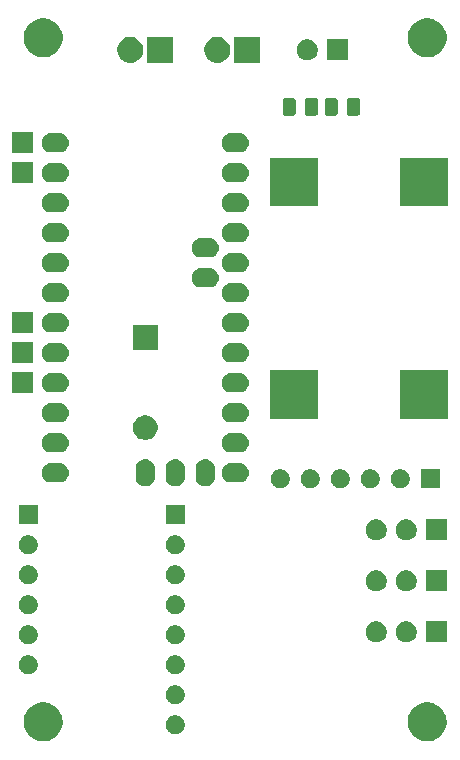
<source format=gbr>
G04 #@! TF.GenerationSoftware,KiCad,Pcbnew,5.1.5-52549c5~84~ubuntu19.04.1*
G04 #@! TF.CreationDate,2019-12-06T19:41:43+01:00*
G04 #@! TF.ProjectId,Rocket_PCB,526f636b-6574-45f5-9043-422e6b696361,rev?*
G04 #@! TF.SameCoordinates,Original*
G04 #@! TF.FileFunction,Soldermask,Top*
G04 #@! TF.FilePolarity,Negative*
%FSLAX46Y46*%
G04 Gerber Fmt 4.6, Leading zero omitted, Abs format (unit mm)*
G04 Created by KiCad (PCBNEW 5.1.5-52549c5~84~ubuntu19.04.1) date 2019-12-06 19:41:43*
%MOMM*%
%LPD*%
G04 APERTURE LIST*
%ADD10C,0.100000*%
G04 APERTURE END LIST*
D10*
G36*
X160903256Y-96435298D02*
G01*
X161009579Y-96456447D01*
X161310042Y-96580903D01*
X161580451Y-96761585D01*
X161810415Y-96991549D01*
X161810416Y-96991551D01*
X161991098Y-97261960D01*
X162115553Y-97562422D01*
X162158782Y-97779745D01*
X162179000Y-97881391D01*
X162179000Y-98206609D01*
X162115553Y-98525579D01*
X161991097Y-98826042D01*
X161810415Y-99096451D01*
X161580451Y-99326415D01*
X161310042Y-99507097D01*
X161009579Y-99631553D01*
X160903256Y-99652702D01*
X160690611Y-99695000D01*
X160365389Y-99695000D01*
X160152744Y-99652702D01*
X160046421Y-99631553D01*
X159745958Y-99507097D01*
X159475549Y-99326415D01*
X159245585Y-99096451D01*
X159064903Y-98826042D01*
X158940447Y-98525579D01*
X158877000Y-98206609D01*
X158877000Y-97881391D01*
X158897219Y-97779745D01*
X158940447Y-97562422D01*
X159064902Y-97261960D01*
X159245584Y-96991551D01*
X159245585Y-96991549D01*
X159475549Y-96761585D01*
X159745958Y-96580903D01*
X160046421Y-96456447D01*
X160152744Y-96435298D01*
X160365389Y-96393000D01*
X160690611Y-96393000D01*
X160903256Y-96435298D01*
G37*
G36*
X128391256Y-96435298D02*
G01*
X128497579Y-96456447D01*
X128798042Y-96580903D01*
X129068451Y-96761585D01*
X129298415Y-96991549D01*
X129298416Y-96991551D01*
X129479098Y-97261960D01*
X129603553Y-97562422D01*
X129646782Y-97779745D01*
X129667000Y-97881391D01*
X129667000Y-98206609D01*
X129603553Y-98525579D01*
X129479097Y-98826042D01*
X129298415Y-99096451D01*
X129068451Y-99326415D01*
X128798042Y-99507097D01*
X128497579Y-99631553D01*
X128391256Y-99652702D01*
X128178611Y-99695000D01*
X127853389Y-99695000D01*
X127640744Y-99652702D01*
X127534421Y-99631553D01*
X127233958Y-99507097D01*
X126963549Y-99326415D01*
X126733585Y-99096451D01*
X126552903Y-98826042D01*
X126428447Y-98525579D01*
X126365000Y-98206609D01*
X126365000Y-97881391D01*
X126385219Y-97779745D01*
X126428447Y-97562422D01*
X126552902Y-97261960D01*
X126733584Y-96991551D01*
X126733585Y-96991549D01*
X126963549Y-96761585D01*
X127233958Y-96580903D01*
X127534421Y-96456447D01*
X127640744Y-96435298D01*
X127853389Y-96393000D01*
X128178611Y-96393000D01*
X128391256Y-96435298D01*
G37*
G36*
X139429142Y-97516242D02*
G01*
X139577101Y-97577529D01*
X139710255Y-97666499D01*
X139823501Y-97779745D01*
X139912471Y-97912899D01*
X139973758Y-98060858D01*
X140005000Y-98217925D01*
X140005000Y-98378075D01*
X139973758Y-98535142D01*
X139912471Y-98683101D01*
X139823501Y-98816255D01*
X139710255Y-98929501D01*
X139577101Y-99018471D01*
X139429142Y-99079758D01*
X139272075Y-99111000D01*
X139111925Y-99111000D01*
X138954858Y-99079758D01*
X138806899Y-99018471D01*
X138673745Y-98929501D01*
X138560499Y-98816255D01*
X138471529Y-98683101D01*
X138410242Y-98535142D01*
X138379000Y-98378075D01*
X138379000Y-98217925D01*
X138410242Y-98060858D01*
X138471529Y-97912899D01*
X138560499Y-97779745D01*
X138673745Y-97666499D01*
X138806899Y-97577529D01*
X138954858Y-97516242D01*
X139111925Y-97485000D01*
X139272075Y-97485000D01*
X139429142Y-97516242D01*
G37*
G36*
X139429142Y-94976242D02*
G01*
X139577101Y-95037529D01*
X139710255Y-95126499D01*
X139823501Y-95239745D01*
X139912471Y-95372899D01*
X139973758Y-95520858D01*
X140005000Y-95677925D01*
X140005000Y-95838075D01*
X139973758Y-95995142D01*
X139912471Y-96143101D01*
X139823501Y-96276255D01*
X139710255Y-96389501D01*
X139577101Y-96478471D01*
X139429142Y-96539758D01*
X139272075Y-96571000D01*
X139111925Y-96571000D01*
X138954858Y-96539758D01*
X138806899Y-96478471D01*
X138673745Y-96389501D01*
X138560499Y-96276255D01*
X138471529Y-96143101D01*
X138410242Y-95995142D01*
X138379000Y-95838075D01*
X138379000Y-95677925D01*
X138410242Y-95520858D01*
X138471529Y-95372899D01*
X138560499Y-95239745D01*
X138673745Y-95126499D01*
X138806899Y-95037529D01*
X138954858Y-94976242D01*
X139111925Y-94945000D01*
X139272075Y-94945000D01*
X139429142Y-94976242D01*
G37*
G36*
X139429142Y-92436242D02*
G01*
X139577101Y-92497529D01*
X139710255Y-92586499D01*
X139823501Y-92699745D01*
X139912471Y-92832899D01*
X139973758Y-92980858D01*
X140005000Y-93137925D01*
X140005000Y-93298075D01*
X139973758Y-93455142D01*
X139912471Y-93603101D01*
X139823501Y-93736255D01*
X139710255Y-93849501D01*
X139577101Y-93938471D01*
X139429142Y-93999758D01*
X139272075Y-94031000D01*
X139111925Y-94031000D01*
X138954858Y-93999758D01*
X138806899Y-93938471D01*
X138673745Y-93849501D01*
X138560499Y-93736255D01*
X138471529Y-93603101D01*
X138410242Y-93455142D01*
X138379000Y-93298075D01*
X138379000Y-93137925D01*
X138410242Y-92980858D01*
X138471529Y-92832899D01*
X138560499Y-92699745D01*
X138673745Y-92586499D01*
X138806899Y-92497529D01*
X138954858Y-92436242D01*
X139111925Y-92405000D01*
X139272075Y-92405000D01*
X139429142Y-92436242D01*
G37*
G36*
X126983142Y-92436242D02*
G01*
X127131101Y-92497529D01*
X127264255Y-92586499D01*
X127377501Y-92699745D01*
X127466471Y-92832899D01*
X127527758Y-92980858D01*
X127559000Y-93137925D01*
X127559000Y-93298075D01*
X127527758Y-93455142D01*
X127466471Y-93603101D01*
X127377501Y-93736255D01*
X127264255Y-93849501D01*
X127131101Y-93938471D01*
X126983142Y-93999758D01*
X126826075Y-94031000D01*
X126665925Y-94031000D01*
X126508858Y-93999758D01*
X126360899Y-93938471D01*
X126227745Y-93849501D01*
X126114499Y-93736255D01*
X126025529Y-93603101D01*
X125964242Y-93455142D01*
X125933000Y-93298075D01*
X125933000Y-93137925D01*
X125964242Y-92980858D01*
X126025529Y-92832899D01*
X126114499Y-92699745D01*
X126227745Y-92586499D01*
X126360899Y-92497529D01*
X126508858Y-92436242D01*
X126665925Y-92405000D01*
X126826075Y-92405000D01*
X126983142Y-92436242D01*
G37*
G36*
X139429142Y-89896242D02*
G01*
X139577101Y-89957529D01*
X139710255Y-90046499D01*
X139823501Y-90159745D01*
X139912471Y-90292899D01*
X139973758Y-90440858D01*
X140005000Y-90597925D01*
X140005000Y-90758075D01*
X139973758Y-90915142D01*
X139912471Y-91063101D01*
X139823501Y-91196255D01*
X139710255Y-91309501D01*
X139577101Y-91398471D01*
X139429142Y-91459758D01*
X139272075Y-91491000D01*
X139111925Y-91491000D01*
X138954858Y-91459758D01*
X138806899Y-91398471D01*
X138673745Y-91309501D01*
X138560499Y-91196255D01*
X138471529Y-91063101D01*
X138410242Y-90915142D01*
X138379000Y-90758075D01*
X138379000Y-90597925D01*
X138410242Y-90440858D01*
X138471529Y-90292899D01*
X138560499Y-90159745D01*
X138673745Y-90046499D01*
X138806899Y-89957529D01*
X138954858Y-89896242D01*
X139111925Y-89865000D01*
X139272075Y-89865000D01*
X139429142Y-89896242D01*
G37*
G36*
X126983142Y-89896242D02*
G01*
X127131101Y-89957529D01*
X127264255Y-90046499D01*
X127377501Y-90159745D01*
X127466471Y-90292899D01*
X127527758Y-90440858D01*
X127559000Y-90597925D01*
X127559000Y-90758075D01*
X127527758Y-90915142D01*
X127466471Y-91063101D01*
X127377501Y-91196255D01*
X127264255Y-91309501D01*
X127131101Y-91398471D01*
X126983142Y-91459758D01*
X126826075Y-91491000D01*
X126665925Y-91491000D01*
X126508858Y-91459758D01*
X126360899Y-91398471D01*
X126227745Y-91309501D01*
X126114499Y-91196255D01*
X126025529Y-91063101D01*
X125964242Y-90915142D01*
X125933000Y-90758075D01*
X125933000Y-90597925D01*
X125964242Y-90440858D01*
X126025529Y-90292899D01*
X126114499Y-90159745D01*
X126227745Y-90046499D01*
X126360899Y-89957529D01*
X126508858Y-89896242D01*
X126665925Y-89865000D01*
X126826075Y-89865000D01*
X126983142Y-89896242D01*
G37*
G36*
X156323512Y-89527927D02*
G01*
X156472812Y-89557624D01*
X156636784Y-89625544D01*
X156784354Y-89724147D01*
X156909853Y-89849646D01*
X157008456Y-89997216D01*
X157076376Y-90161188D01*
X157111000Y-90335259D01*
X157111000Y-90512741D01*
X157076376Y-90686812D01*
X157008456Y-90850784D01*
X156909853Y-90998354D01*
X156784354Y-91123853D01*
X156636784Y-91222456D01*
X156472812Y-91290376D01*
X156323512Y-91320073D01*
X156298742Y-91325000D01*
X156121258Y-91325000D01*
X156096488Y-91320073D01*
X155947188Y-91290376D01*
X155783216Y-91222456D01*
X155635646Y-91123853D01*
X155510147Y-90998354D01*
X155411544Y-90850784D01*
X155343624Y-90686812D01*
X155309000Y-90512741D01*
X155309000Y-90335259D01*
X155343624Y-90161188D01*
X155411544Y-89997216D01*
X155510147Y-89849646D01*
X155635646Y-89724147D01*
X155783216Y-89625544D01*
X155947188Y-89557624D01*
X156096488Y-89527927D01*
X156121258Y-89523000D01*
X156298742Y-89523000D01*
X156323512Y-89527927D01*
G37*
G36*
X162191000Y-91325000D02*
G01*
X160389000Y-91325000D01*
X160389000Y-89523000D01*
X162191000Y-89523000D01*
X162191000Y-91325000D01*
G37*
G36*
X158863512Y-89527927D02*
G01*
X159012812Y-89557624D01*
X159176784Y-89625544D01*
X159324354Y-89724147D01*
X159449853Y-89849646D01*
X159548456Y-89997216D01*
X159616376Y-90161188D01*
X159651000Y-90335259D01*
X159651000Y-90512741D01*
X159616376Y-90686812D01*
X159548456Y-90850784D01*
X159449853Y-90998354D01*
X159324354Y-91123853D01*
X159176784Y-91222456D01*
X159012812Y-91290376D01*
X158863512Y-91320073D01*
X158838742Y-91325000D01*
X158661258Y-91325000D01*
X158636488Y-91320073D01*
X158487188Y-91290376D01*
X158323216Y-91222456D01*
X158175646Y-91123853D01*
X158050147Y-90998354D01*
X157951544Y-90850784D01*
X157883624Y-90686812D01*
X157849000Y-90512741D01*
X157849000Y-90335259D01*
X157883624Y-90161188D01*
X157951544Y-89997216D01*
X158050147Y-89849646D01*
X158175646Y-89724147D01*
X158323216Y-89625544D01*
X158487188Y-89557624D01*
X158636488Y-89527927D01*
X158661258Y-89523000D01*
X158838742Y-89523000D01*
X158863512Y-89527927D01*
G37*
G36*
X139429142Y-87356242D02*
G01*
X139577101Y-87417529D01*
X139710255Y-87506499D01*
X139823501Y-87619745D01*
X139912471Y-87752899D01*
X139973758Y-87900858D01*
X140005000Y-88057925D01*
X140005000Y-88218075D01*
X139973758Y-88375142D01*
X139912471Y-88523101D01*
X139823501Y-88656255D01*
X139710255Y-88769501D01*
X139577101Y-88858471D01*
X139429142Y-88919758D01*
X139272075Y-88951000D01*
X139111925Y-88951000D01*
X138954858Y-88919758D01*
X138806899Y-88858471D01*
X138673745Y-88769501D01*
X138560499Y-88656255D01*
X138471529Y-88523101D01*
X138410242Y-88375142D01*
X138379000Y-88218075D01*
X138379000Y-88057925D01*
X138410242Y-87900858D01*
X138471529Y-87752899D01*
X138560499Y-87619745D01*
X138673745Y-87506499D01*
X138806899Y-87417529D01*
X138954858Y-87356242D01*
X139111925Y-87325000D01*
X139272075Y-87325000D01*
X139429142Y-87356242D01*
G37*
G36*
X126983142Y-87356242D02*
G01*
X127131101Y-87417529D01*
X127264255Y-87506499D01*
X127377501Y-87619745D01*
X127466471Y-87752899D01*
X127527758Y-87900858D01*
X127559000Y-88057925D01*
X127559000Y-88218075D01*
X127527758Y-88375142D01*
X127466471Y-88523101D01*
X127377501Y-88656255D01*
X127264255Y-88769501D01*
X127131101Y-88858471D01*
X126983142Y-88919758D01*
X126826075Y-88951000D01*
X126665925Y-88951000D01*
X126508858Y-88919758D01*
X126360899Y-88858471D01*
X126227745Y-88769501D01*
X126114499Y-88656255D01*
X126025529Y-88523101D01*
X125964242Y-88375142D01*
X125933000Y-88218075D01*
X125933000Y-88057925D01*
X125964242Y-87900858D01*
X126025529Y-87752899D01*
X126114499Y-87619745D01*
X126227745Y-87506499D01*
X126360899Y-87417529D01*
X126508858Y-87356242D01*
X126665925Y-87325000D01*
X126826075Y-87325000D01*
X126983142Y-87356242D01*
G37*
G36*
X156323512Y-85209927D02*
G01*
X156472812Y-85239624D01*
X156636784Y-85307544D01*
X156784354Y-85406147D01*
X156909853Y-85531646D01*
X157008456Y-85679216D01*
X157076376Y-85843188D01*
X157111000Y-86017259D01*
X157111000Y-86194741D01*
X157076376Y-86368812D01*
X157008456Y-86532784D01*
X156909853Y-86680354D01*
X156784354Y-86805853D01*
X156636784Y-86904456D01*
X156472812Y-86972376D01*
X156323512Y-87002073D01*
X156298742Y-87007000D01*
X156121258Y-87007000D01*
X156096488Y-87002073D01*
X155947188Y-86972376D01*
X155783216Y-86904456D01*
X155635646Y-86805853D01*
X155510147Y-86680354D01*
X155411544Y-86532784D01*
X155343624Y-86368812D01*
X155309000Y-86194741D01*
X155309000Y-86017259D01*
X155343624Y-85843188D01*
X155411544Y-85679216D01*
X155510147Y-85531646D01*
X155635646Y-85406147D01*
X155783216Y-85307544D01*
X155947188Y-85239624D01*
X156096488Y-85209927D01*
X156121258Y-85205000D01*
X156298742Y-85205000D01*
X156323512Y-85209927D01*
G37*
G36*
X158863512Y-85209927D02*
G01*
X159012812Y-85239624D01*
X159176784Y-85307544D01*
X159324354Y-85406147D01*
X159449853Y-85531646D01*
X159548456Y-85679216D01*
X159616376Y-85843188D01*
X159651000Y-86017259D01*
X159651000Y-86194741D01*
X159616376Y-86368812D01*
X159548456Y-86532784D01*
X159449853Y-86680354D01*
X159324354Y-86805853D01*
X159176784Y-86904456D01*
X159012812Y-86972376D01*
X158863512Y-87002073D01*
X158838742Y-87007000D01*
X158661258Y-87007000D01*
X158636488Y-87002073D01*
X158487188Y-86972376D01*
X158323216Y-86904456D01*
X158175646Y-86805853D01*
X158050147Y-86680354D01*
X157951544Y-86532784D01*
X157883624Y-86368812D01*
X157849000Y-86194741D01*
X157849000Y-86017259D01*
X157883624Y-85843188D01*
X157951544Y-85679216D01*
X158050147Y-85531646D01*
X158175646Y-85406147D01*
X158323216Y-85307544D01*
X158487188Y-85239624D01*
X158636488Y-85209927D01*
X158661258Y-85205000D01*
X158838742Y-85205000D01*
X158863512Y-85209927D01*
G37*
G36*
X162191000Y-87007000D02*
G01*
X160389000Y-87007000D01*
X160389000Y-85205000D01*
X162191000Y-85205000D01*
X162191000Y-87007000D01*
G37*
G36*
X126983142Y-84816242D02*
G01*
X127131101Y-84877529D01*
X127264255Y-84966499D01*
X127377501Y-85079745D01*
X127466471Y-85212899D01*
X127527758Y-85360858D01*
X127559000Y-85517925D01*
X127559000Y-85678075D01*
X127527758Y-85835142D01*
X127466471Y-85983101D01*
X127377501Y-86116255D01*
X127264255Y-86229501D01*
X127131101Y-86318471D01*
X126983142Y-86379758D01*
X126826075Y-86411000D01*
X126665925Y-86411000D01*
X126508858Y-86379758D01*
X126360899Y-86318471D01*
X126227745Y-86229501D01*
X126114499Y-86116255D01*
X126025529Y-85983101D01*
X125964242Y-85835142D01*
X125933000Y-85678075D01*
X125933000Y-85517925D01*
X125964242Y-85360858D01*
X126025529Y-85212899D01*
X126114499Y-85079745D01*
X126227745Y-84966499D01*
X126360899Y-84877529D01*
X126508858Y-84816242D01*
X126665925Y-84785000D01*
X126826075Y-84785000D01*
X126983142Y-84816242D01*
G37*
G36*
X139429142Y-84816242D02*
G01*
X139577101Y-84877529D01*
X139710255Y-84966499D01*
X139823501Y-85079745D01*
X139912471Y-85212899D01*
X139973758Y-85360858D01*
X140005000Y-85517925D01*
X140005000Y-85678075D01*
X139973758Y-85835142D01*
X139912471Y-85983101D01*
X139823501Y-86116255D01*
X139710255Y-86229501D01*
X139577101Y-86318471D01*
X139429142Y-86379758D01*
X139272075Y-86411000D01*
X139111925Y-86411000D01*
X138954858Y-86379758D01*
X138806899Y-86318471D01*
X138673745Y-86229501D01*
X138560499Y-86116255D01*
X138471529Y-85983101D01*
X138410242Y-85835142D01*
X138379000Y-85678075D01*
X138379000Y-85517925D01*
X138410242Y-85360858D01*
X138471529Y-85212899D01*
X138560499Y-85079745D01*
X138673745Y-84966499D01*
X138806899Y-84877529D01*
X138954858Y-84816242D01*
X139111925Y-84785000D01*
X139272075Y-84785000D01*
X139429142Y-84816242D01*
G37*
G36*
X139429142Y-82276242D02*
G01*
X139577101Y-82337529D01*
X139710255Y-82426499D01*
X139823501Y-82539745D01*
X139912471Y-82672899D01*
X139973758Y-82820858D01*
X140005000Y-82977925D01*
X140005000Y-83138075D01*
X139973758Y-83295142D01*
X139912471Y-83443101D01*
X139823501Y-83576255D01*
X139710255Y-83689501D01*
X139577101Y-83778471D01*
X139429142Y-83839758D01*
X139272075Y-83871000D01*
X139111925Y-83871000D01*
X138954858Y-83839758D01*
X138806899Y-83778471D01*
X138673745Y-83689501D01*
X138560499Y-83576255D01*
X138471529Y-83443101D01*
X138410242Y-83295142D01*
X138379000Y-83138075D01*
X138379000Y-82977925D01*
X138410242Y-82820858D01*
X138471529Y-82672899D01*
X138560499Y-82539745D01*
X138673745Y-82426499D01*
X138806899Y-82337529D01*
X138954858Y-82276242D01*
X139111925Y-82245000D01*
X139272075Y-82245000D01*
X139429142Y-82276242D01*
G37*
G36*
X126983142Y-82276242D02*
G01*
X127131101Y-82337529D01*
X127264255Y-82426499D01*
X127377501Y-82539745D01*
X127466471Y-82672899D01*
X127527758Y-82820858D01*
X127559000Y-82977925D01*
X127559000Y-83138075D01*
X127527758Y-83295142D01*
X127466471Y-83443101D01*
X127377501Y-83576255D01*
X127264255Y-83689501D01*
X127131101Y-83778471D01*
X126983142Y-83839758D01*
X126826075Y-83871000D01*
X126665925Y-83871000D01*
X126508858Y-83839758D01*
X126360899Y-83778471D01*
X126227745Y-83689501D01*
X126114499Y-83576255D01*
X126025529Y-83443101D01*
X125964242Y-83295142D01*
X125933000Y-83138075D01*
X125933000Y-82977925D01*
X125964242Y-82820858D01*
X126025529Y-82672899D01*
X126114499Y-82539745D01*
X126227745Y-82426499D01*
X126360899Y-82337529D01*
X126508858Y-82276242D01*
X126665925Y-82245000D01*
X126826075Y-82245000D01*
X126983142Y-82276242D01*
G37*
G36*
X158863512Y-80891927D02*
G01*
X159012812Y-80921624D01*
X159176784Y-80989544D01*
X159324354Y-81088147D01*
X159449853Y-81213646D01*
X159548456Y-81361216D01*
X159616376Y-81525188D01*
X159651000Y-81699259D01*
X159651000Y-81876741D01*
X159616376Y-82050812D01*
X159548456Y-82214784D01*
X159449853Y-82362354D01*
X159324354Y-82487853D01*
X159176784Y-82586456D01*
X159012812Y-82654376D01*
X158863512Y-82684073D01*
X158838742Y-82689000D01*
X158661258Y-82689000D01*
X158636488Y-82684073D01*
X158487188Y-82654376D01*
X158323216Y-82586456D01*
X158175646Y-82487853D01*
X158050147Y-82362354D01*
X157951544Y-82214784D01*
X157883624Y-82050812D01*
X157849000Y-81876741D01*
X157849000Y-81699259D01*
X157883624Y-81525188D01*
X157951544Y-81361216D01*
X158050147Y-81213646D01*
X158175646Y-81088147D01*
X158323216Y-80989544D01*
X158487188Y-80921624D01*
X158636488Y-80891927D01*
X158661258Y-80887000D01*
X158838742Y-80887000D01*
X158863512Y-80891927D01*
G37*
G36*
X156323512Y-80891927D02*
G01*
X156472812Y-80921624D01*
X156636784Y-80989544D01*
X156784354Y-81088147D01*
X156909853Y-81213646D01*
X157008456Y-81361216D01*
X157076376Y-81525188D01*
X157111000Y-81699259D01*
X157111000Y-81876741D01*
X157076376Y-82050812D01*
X157008456Y-82214784D01*
X156909853Y-82362354D01*
X156784354Y-82487853D01*
X156636784Y-82586456D01*
X156472812Y-82654376D01*
X156323512Y-82684073D01*
X156298742Y-82689000D01*
X156121258Y-82689000D01*
X156096488Y-82684073D01*
X155947188Y-82654376D01*
X155783216Y-82586456D01*
X155635646Y-82487853D01*
X155510147Y-82362354D01*
X155411544Y-82214784D01*
X155343624Y-82050812D01*
X155309000Y-81876741D01*
X155309000Y-81699259D01*
X155343624Y-81525188D01*
X155411544Y-81361216D01*
X155510147Y-81213646D01*
X155635646Y-81088147D01*
X155783216Y-80989544D01*
X155947188Y-80921624D01*
X156096488Y-80891927D01*
X156121258Y-80887000D01*
X156298742Y-80887000D01*
X156323512Y-80891927D01*
G37*
G36*
X162191000Y-82689000D02*
G01*
X160389000Y-82689000D01*
X160389000Y-80887000D01*
X162191000Y-80887000D01*
X162191000Y-82689000D01*
G37*
G36*
X140005000Y-81331000D02*
G01*
X138379000Y-81331000D01*
X138379000Y-79705000D01*
X140005000Y-79705000D01*
X140005000Y-81331000D01*
G37*
G36*
X127559000Y-81331000D02*
G01*
X125933000Y-81331000D01*
X125933000Y-79705000D01*
X127559000Y-79705000D01*
X127559000Y-81331000D01*
G37*
G36*
X161595000Y-78283000D02*
G01*
X159969000Y-78283000D01*
X159969000Y-76657000D01*
X161595000Y-76657000D01*
X161595000Y-78283000D01*
G37*
G36*
X158479142Y-76688242D02*
G01*
X158627101Y-76749529D01*
X158760255Y-76838499D01*
X158873501Y-76951745D01*
X158962471Y-77084899D01*
X159023758Y-77232858D01*
X159055000Y-77389925D01*
X159055000Y-77550075D01*
X159023758Y-77707142D01*
X158962471Y-77855101D01*
X158873501Y-77988255D01*
X158760255Y-78101501D01*
X158627101Y-78190471D01*
X158479142Y-78251758D01*
X158322075Y-78283000D01*
X158161925Y-78283000D01*
X158004858Y-78251758D01*
X157856899Y-78190471D01*
X157723745Y-78101501D01*
X157610499Y-77988255D01*
X157521529Y-77855101D01*
X157460242Y-77707142D01*
X157429000Y-77550075D01*
X157429000Y-77389925D01*
X157460242Y-77232858D01*
X157521529Y-77084899D01*
X157610499Y-76951745D01*
X157723745Y-76838499D01*
X157856899Y-76749529D01*
X158004858Y-76688242D01*
X158161925Y-76657000D01*
X158322075Y-76657000D01*
X158479142Y-76688242D01*
G37*
G36*
X155939142Y-76688242D02*
G01*
X156087101Y-76749529D01*
X156220255Y-76838499D01*
X156333501Y-76951745D01*
X156422471Y-77084899D01*
X156483758Y-77232858D01*
X156515000Y-77389925D01*
X156515000Y-77550075D01*
X156483758Y-77707142D01*
X156422471Y-77855101D01*
X156333501Y-77988255D01*
X156220255Y-78101501D01*
X156087101Y-78190471D01*
X155939142Y-78251758D01*
X155782075Y-78283000D01*
X155621925Y-78283000D01*
X155464858Y-78251758D01*
X155316899Y-78190471D01*
X155183745Y-78101501D01*
X155070499Y-77988255D01*
X154981529Y-77855101D01*
X154920242Y-77707142D01*
X154889000Y-77550075D01*
X154889000Y-77389925D01*
X154920242Y-77232858D01*
X154981529Y-77084899D01*
X155070499Y-76951745D01*
X155183745Y-76838499D01*
X155316899Y-76749529D01*
X155464858Y-76688242D01*
X155621925Y-76657000D01*
X155782075Y-76657000D01*
X155939142Y-76688242D01*
G37*
G36*
X153399142Y-76688242D02*
G01*
X153547101Y-76749529D01*
X153680255Y-76838499D01*
X153793501Y-76951745D01*
X153882471Y-77084899D01*
X153943758Y-77232858D01*
X153975000Y-77389925D01*
X153975000Y-77550075D01*
X153943758Y-77707142D01*
X153882471Y-77855101D01*
X153793501Y-77988255D01*
X153680255Y-78101501D01*
X153547101Y-78190471D01*
X153399142Y-78251758D01*
X153242075Y-78283000D01*
X153081925Y-78283000D01*
X152924858Y-78251758D01*
X152776899Y-78190471D01*
X152643745Y-78101501D01*
X152530499Y-77988255D01*
X152441529Y-77855101D01*
X152380242Y-77707142D01*
X152349000Y-77550075D01*
X152349000Y-77389925D01*
X152380242Y-77232858D01*
X152441529Y-77084899D01*
X152530499Y-76951745D01*
X152643745Y-76838499D01*
X152776899Y-76749529D01*
X152924858Y-76688242D01*
X153081925Y-76657000D01*
X153242075Y-76657000D01*
X153399142Y-76688242D01*
G37*
G36*
X150859142Y-76688242D02*
G01*
X151007101Y-76749529D01*
X151140255Y-76838499D01*
X151253501Y-76951745D01*
X151342471Y-77084899D01*
X151403758Y-77232858D01*
X151435000Y-77389925D01*
X151435000Y-77550075D01*
X151403758Y-77707142D01*
X151342471Y-77855101D01*
X151253501Y-77988255D01*
X151140255Y-78101501D01*
X151007101Y-78190471D01*
X150859142Y-78251758D01*
X150702075Y-78283000D01*
X150541925Y-78283000D01*
X150384858Y-78251758D01*
X150236899Y-78190471D01*
X150103745Y-78101501D01*
X149990499Y-77988255D01*
X149901529Y-77855101D01*
X149840242Y-77707142D01*
X149809000Y-77550075D01*
X149809000Y-77389925D01*
X149840242Y-77232858D01*
X149901529Y-77084899D01*
X149990499Y-76951745D01*
X150103745Y-76838499D01*
X150236899Y-76749529D01*
X150384858Y-76688242D01*
X150541925Y-76657000D01*
X150702075Y-76657000D01*
X150859142Y-76688242D01*
G37*
G36*
X148319142Y-76688242D02*
G01*
X148467101Y-76749529D01*
X148600255Y-76838499D01*
X148713501Y-76951745D01*
X148802471Y-77084899D01*
X148863758Y-77232858D01*
X148895000Y-77389925D01*
X148895000Y-77550075D01*
X148863758Y-77707142D01*
X148802471Y-77855101D01*
X148713501Y-77988255D01*
X148600255Y-78101501D01*
X148467101Y-78190471D01*
X148319142Y-78251758D01*
X148162075Y-78283000D01*
X148001925Y-78283000D01*
X147844858Y-78251758D01*
X147696899Y-78190471D01*
X147563745Y-78101501D01*
X147450499Y-77988255D01*
X147361529Y-77855101D01*
X147300242Y-77707142D01*
X147269000Y-77550075D01*
X147269000Y-77389925D01*
X147300242Y-77232858D01*
X147361529Y-77084899D01*
X147450499Y-76951745D01*
X147563745Y-76838499D01*
X147696899Y-76749529D01*
X147844858Y-76688242D01*
X148001925Y-76657000D01*
X148162075Y-76657000D01*
X148319142Y-76688242D01*
G37*
G36*
X136809135Y-75822778D02*
G01*
X136960232Y-75868613D01*
X137099483Y-75943044D01*
X137221538Y-76043212D01*
X137321706Y-76165267D01*
X137396137Y-76304518D01*
X137441972Y-76455615D01*
X137453570Y-76573375D01*
X137453570Y-77350625D01*
X137441972Y-77468385D01*
X137396137Y-77619482D01*
X137321706Y-77758733D01*
X137221538Y-77880788D01*
X137099482Y-77980956D01*
X136960231Y-78055387D01*
X136809134Y-78101222D01*
X136652000Y-78116698D01*
X136494865Y-78101222D01*
X136343768Y-78055387D01*
X136204517Y-77980956D01*
X136082462Y-77880788D01*
X135982294Y-77758732D01*
X135907863Y-77619481D01*
X135862028Y-77468384D01*
X135850430Y-77350624D01*
X135850430Y-76573375D01*
X135862028Y-76455615D01*
X135881185Y-76392463D01*
X135907863Y-76304519D01*
X135982293Y-76165271D01*
X135982295Y-76165267D01*
X136082463Y-76043212D01*
X136204518Y-75943044D01*
X136343769Y-75868613D01*
X136494866Y-75822778D01*
X136652000Y-75807302D01*
X136809135Y-75822778D01*
G37*
G36*
X139349135Y-75822778D02*
G01*
X139500232Y-75868613D01*
X139639483Y-75943044D01*
X139761538Y-76043212D01*
X139861706Y-76165267D01*
X139936137Y-76304518D01*
X139981972Y-76455615D01*
X139993570Y-76573375D01*
X139993570Y-77350625D01*
X139981972Y-77468385D01*
X139936137Y-77619482D01*
X139861706Y-77758733D01*
X139761538Y-77880788D01*
X139639482Y-77980956D01*
X139500231Y-78055387D01*
X139349134Y-78101222D01*
X139192000Y-78116698D01*
X139034865Y-78101222D01*
X138883768Y-78055387D01*
X138744517Y-77980956D01*
X138622462Y-77880788D01*
X138522294Y-77758732D01*
X138447863Y-77619481D01*
X138402028Y-77468384D01*
X138390430Y-77350624D01*
X138390430Y-76573375D01*
X138402028Y-76455615D01*
X138421185Y-76392463D01*
X138447863Y-76304519D01*
X138522293Y-76165271D01*
X138522295Y-76165267D01*
X138622463Y-76043212D01*
X138744518Y-75943044D01*
X138883769Y-75868613D01*
X139034866Y-75822778D01*
X139192000Y-75807302D01*
X139349135Y-75822778D01*
G37*
G36*
X141889135Y-75822778D02*
G01*
X142040232Y-75868613D01*
X142179483Y-75943044D01*
X142301538Y-76043212D01*
X142401706Y-76165267D01*
X142476137Y-76304518D01*
X142521972Y-76455615D01*
X142533570Y-76573375D01*
X142533570Y-77350625D01*
X142521972Y-77468385D01*
X142476137Y-77619482D01*
X142401706Y-77758733D01*
X142301538Y-77880788D01*
X142179482Y-77980956D01*
X142040231Y-78055387D01*
X141889134Y-78101222D01*
X141732000Y-78116698D01*
X141574865Y-78101222D01*
X141423768Y-78055387D01*
X141284517Y-77980956D01*
X141162462Y-77880788D01*
X141062294Y-77758732D01*
X140987863Y-77619481D01*
X140942028Y-77468384D01*
X140930430Y-77350624D01*
X140930430Y-76573375D01*
X140942028Y-76455615D01*
X140961185Y-76392463D01*
X140987863Y-76304519D01*
X141062293Y-76165271D01*
X141062295Y-76165267D01*
X141162463Y-76043212D01*
X141284518Y-75943044D01*
X141423769Y-75868613D01*
X141574866Y-75822778D01*
X141732000Y-75807302D01*
X141889135Y-75822778D01*
G37*
G36*
X144699878Y-76164296D02*
G01*
X144778385Y-76172028D01*
X144929482Y-76217863D01*
X145068733Y-76292294D01*
X145190788Y-76392462D01*
X145290956Y-76514517D01*
X145365387Y-76653768D01*
X145411222Y-76804865D01*
X145426698Y-76962000D01*
X145411222Y-77119135D01*
X145365387Y-77270232D01*
X145290956Y-77409483D01*
X145190788Y-77531538D01*
X145068733Y-77631706D01*
X144929482Y-77706137D01*
X144778385Y-77751972D01*
X144709737Y-77758733D01*
X144660626Y-77763570D01*
X143883374Y-77763570D01*
X143834263Y-77758733D01*
X143765615Y-77751972D01*
X143614518Y-77706137D01*
X143475267Y-77631706D01*
X143353212Y-77531538D01*
X143253044Y-77409483D01*
X143178613Y-77270232D01*
X143132778Y-77119135D01*
X143117302Y-76962000D01*
X143132778Y-76804865D01*
X143178613Y-76653768D01*
X143253044Y-76514517D01*
X143353212Y-76392462D01*
X143475267Y-76292294D01*
X143614518Y-76217863D01*
X143765615Y-76172028D01*
X143844122Y-76164296D01*
X143883374Y-76160430D01*
X144660626Y-76160430D01*
X144699878Y-76164296D01*
G37*
G36*
X129459878Y-76164296D02*
G01*
X129538385Y-76172028D01*
X129689482Y-76217863D01*
X129828733Y-76292294D01*
X129950788Y-76392462D01*
X130050956Y-76514517D01*
X130125387Y-76653768D01*
X130171222Y-76804865D01*
X130186698Y-76962000D01*
X130171222Y-77119135D01*
X130125387Y-77270232D01*
X130050956Y-77409483D01*
X129950788Y-77531538D01*
X129828733Y-77631706D01*
X129689482Y-77706137D01*
X129538385Y-77751972D01*
X129469737Y-77758733D01*
X129420626Y-77763570D01*
X128643374Y-77763570D01*
X128594263Y-77758733D01*
X128525615Y-77751972D01*
X128374518Y-77706137D01*
X128235267Y-77631706D01*
X128113212Y-77531538D01*
X128013044Y-77409483D01*
X127938613Y-77270232D01*
X127892778Y-77119135D01*
X127877302Y-76962000D01*
X127892778Y-76804865D01*
X127938613Y-76653768D01*
X128013044Y-76514517D01*
X128113212Y-76392462D01*
X128235267Y-76292294D01*
X128374518Y-76217863D01*
X128525615Y-76172028D01*
X128604122Y-76164296D01*
X128643374Y-76160430D01*
X129420626Y-76160430D01*
X129459878Y-76164296D01*
G37*
G36*
X144699878Y-73624296D02*
G01*
X144778385Y-73632028D01*
X144929482Y-73677863D01*
X145068733Y-73752294D01*
X145190788Y-73852462D01*
X145290956Y-73974517D01*
X145365387Y-74113768D01*
X145411222Y-74264865D01*
X145426698Y-74422000D01*
X145411222Y-74579135D01*
X145365387Y-74730232D01*
X145290956Y-74869483D01*
X145190788Y-74991538D01*
X145068733Y-75091706D01*
X144929482Y-75166137D01*
X144778385Y-75211972D01*
X144699878Y-75219704D01*
X144660626Y-75223570D01*
X143883374Y-75223570D01*
X143844122Y-75219704D01*
X143765615Y-75211972D01*
X143614518Y-75166137D01*
X143475267Y-75091706D01*
X143353212Y-74991538D01*
X143253044Y-74869483D01*
X143178613Y-74730232D01*
X143132778Y-74579135D01*
X143117302Y-74422000D01*
X143132778Y-74264865D01*
X143178613Y-74113768D01*
X143253044Y-73974517D01*
X143353212Y-73852462D01*
X143475267Y-73752294D01*
X143614518Y-73677863D01*
X143765615Y-73632028D01*
X143844122Y-73624296D01*
X143883374Y-73620430D01*
X144660626Y-73620430D01*
X144699878Y-73624296D01*
G37*
G36*
X129459878Y-73624296D02*
G01*
X129538385Y-73632028D01*
X129689482Y-73677863D01*
X129828733Y-73752294D01*
X129950788Y-73852462D01*
X130050956Y-73974517D01*
X130125387Y-74113768D01*
X130171222Y-74264865D01*
X130186698Y-74422000D01*
X130171222Y-74579135D01*
X130125387Y-74730232D01*
X130050956Y-74869483D01*
X129950788Y-74991538D01*
X129828733Y-75091706D01*
X129689482Y-75166137D01*
X129538385Y-75211972D01*
X129459878Y-75219704D01*
X129420626Y-75223570D01*
X128643374Y-75223570D01*
X128604122Y-75219704D01*
X128525615Y-75211972D01*
X128374518Y-75166137D01*
X128235267Y-75091706D01*
X128113212Y-74991538D01*
X128013044Y-74869483D01*
X127938613Y-74730232D01*
X127892778Y-74579135D01*
X127877302Y-74422000D01*
X127892778Y-74264865D01*
X127938613Y-74113768D01*
X128013044Y-73974517D01*
X128113212Y-73852462D01*
X128235267Y-73752294D01*
X128374518Y-73677863D01*
X128525615Y-73632028D01*
X128604122Y-73624296D01*
X128643374Y-73620430D01*
X129420626Y-73620430D01*
X129459878Y-73624296D01*
G37*
G36*
X136958564Y-72121389D02*
G01*
X137149833Y-72200615D01*
X137149835Y-72200616D01*
X137321973Y-72315635D01*
X137468365Y-72462027D01*
X137528287Y-72551706D01*
X137583385Y-72634167D01*
X137662611Y-72825436D01*
X137703000Y-73028484D01*
X137703000Y-73235516D01*
X137662611Y-73438564D01*
X137587280Y-73620430D01*
X137583384Y-73629835D01*
X137468365Y-73801973D01*
X137321973Y-73948365D01*
X137149835Y-74063384D01*
X137149834Y-74063385D01*
X137149833Y-74063385D01*
X136958564Y-74142611D01*
X136755516Y-74183000D01*
X136548484Y-74183000D01*
X136345436Y-74142611D01*
X136154167Y-74063385D01*
X136154166Y-74063385D01*
X136154165Y-74063384D01*
X135982027Y-73948365D01*
X135835635Y-73801973D01*
X135720616Y-73629835D01*
X135716720Y-73620430D01*
X135641389Y-73438564D01*
X135601000Y-73235516D01*
X135601000Y-73028484D01*
X135641389Y-72825436D01*
X135720615Y-72634167D01*
X135775714Y-72551706D01*
X135835635Y-72462027D01*
X135982027Y-72315635D01*
X136154165Y-72200616D01*
X136154167Y-72200615D01*
X136345436Y-72121389D01*
X136548484Y-72081000D01*
X136755516Y-72081000D01*
X136958564Y-72121389D01*
G37*
G36*
X144699878Y-71084296D02*
G01*
X144778385Y-71092028D01*
X144929482Y-71137863D01*
X145068733Y-71212294D01*
X145190788Y-71312462D01*
X145290956Y-71434517D01*
X145365387Y-71573768D01*
X145411222Y-71724865D01*
X145426698Y-71882000D01*
X145411222Y-72039135D01*
X145365387Y-72190232D01*
X145290956Y-72329483D01*
X145190788Y-72451538D01*
X145068733Y-72551706D01*
X144929482Y-72626137D01*
X144778385Y-72671972D01*
X144699878Y-72679704D01*
X144660626Y-72683570D01*
X143883374Y-72683570D01*
X143844122Y-72679704D01*
X143765615Y-72671972D01*
X143614518Y-72626137D01*
X143475267Y-72551706D01*
X143353212Y-72451538D01*
X143253044Y-72329483D01*
X143178613Y-72190232D01*
X143132778Y-72039135D01*
X143117302Y-71882000D01*
X143132778Y-71724865D01*
X143178613Y-71573768D01*
X143253044Y-71434517D01*
X143353212Y-71312462D01*
X143475267Y-71212294D01*
X143614518Y-71137863D01*
X143765615Y-71092028D01*
X143844122Y-71084296D01*
X143883374Y-71080430D01*
X144660626Y-71080430D01*
X144699878Y-71084296D01*
G37*
G36*
X129459878Y-71084296D02*
G01*
X129538385Y-71092028D01*
X129689482Y-71137863D01*
X129828733Y-71212294D01*
X129950788Y-71312462D01*
X130050956Y-71434517D01*
X130125387Y-71573768D01*
X130171222Y-71724865D01*
X130186698Y-71882000D01*
X130171222Y-72039135D01*
X130125387Y-72190232D01*
X130050956Y-72329483D01*
X129950788Y-72451538D01*
X129828733Y-72551706D01*
X129689482Y-72626137D01*
X129538385Y-72671972D01*
X129459878Y-72679704D01*
X129420626Y-72683570D01*
X128643374Y-72683570D01*
X128604122Y-72679704D01*
X128525615Y-72671972D01*
X128374518Y-72626137D01*
X128235267Y-72551706D01*
X128113212Y-72451538D01*
X128013044Y-72329483D01*
X127938613Y-72190232D01*
X127892778Y-72039135D01*
X127877302Y-71882000D01*
X127892778Y-71724865D01*
X127938613Y-71573768D01*
X128013044Y-71434517D01*
X128113212Y-71312462D01*
X128235267Y-71212294D01*
X128374518Y-71137863D01*
X128525615Y-71092028D01*
X128604122Y-71084296D01*
X128643374Y-71080430D01*
X129420626Y-71080430D01*
X129459878Y-71084296D01*
G37*
G36*
X151325000Y-72375000D02*
G01*
X147223000Y-72375000D01*
X147223000Y-68273000D01*
X151325000Y-68273000D01*
X151325000Y-72375000D01*
G37*
G36*
X162325000Y-72375000D02*
G01*
X158223000Y-72375000D01*
X158223000Y-68273000D01*
X162325000Y-68273000D01*
X162325000Y-72375000D01*
G37*
G36*
X127139000Y-70243000D02*
G01*
X125337000Y-70243000D01*
X125337000Y-68441000D01*
X127139000Y-68441000D01*
X127139000Y-70243000D01*
G37*
G36*
X129459878Y-68544296D02*
G01*
X129538385Y-68552028D01*
X129689482Y-68597863D01*
X129828733Y-68672294D01*
X129950788Y-68772462D01*
X130050956Y-68894517D01*
X130125387Y-69033768D01*
X130171222Y-69184865D01*
X130186698Y-69342000D01*
X130171222Y-69499135D01*
X130125387Y-69650232D01*
X130050956Y-69789483D01*
X129950788Y-69911538D01*
X129828733Y-70011706D01*
X129689482Y-70086137D01*
X129538385Y-70131972D01*
X129459878Y-70139704D01*
X129420626Y-70143570D01*
X128643374Y-70143570D01*
X128604122Y-70139704D01*
X128525615Y-70131972D01*
X128374518Y-70086137D01*
X128235267Y-70011706D01*
X128113212Y-69911538D01*
X128013044Y-69789483D01*
X127938613Y-69650232D01*
X127892778Y-69499135D01*
X127877302Y-69342000D01*
X127892778Y-69184865D01*
X127938613Y-69033768D01*
X128013044Y-68894517D01*
X128113212Y-68772462D01*
X128235267Y-68672294D01*
X128374518Y-68597863D01*
X128525615Y-68552028D01*
X128604122Y-68544296D01*
X128643374Y-68540430D01*
X129420626Y-68540430D01*
X129459878Y-68544296D01*
G37*
G36*
X144699878Y-68544296D02*
G01*
X144778385Y-68552028D01*
X144929482Y-68597863D01*
X145068733Y-68672294D01*
X145190788Y-68772462D01*
X145290956Y-68894517D01*
X145365387Y-69033768D01*
X145411222Y-69184865D01*
X145426698Y-69342000D01*
X145411222Y-69499135D01*
X145365387Y-69650232D01*
X145290956Y-69789483D01*
X145190788Y-69911538D01*
X145068733Y-70011706D01*
X144929482Y-70086137D01*
X144778385Y-70131972D01*
X144699878Y-70139704D01*
X144660626Y-70143570D01*
X143883374Y-70143570D01*
X143844122Y-70139704D01*
X143765615Y-70131972D01*
X143614518Y-70086137D01*
X143475267Y-70011706D01*
X143353212Y-69911538D01*
X143253044Y-69789483D01*
X143178613Y-69650232D01*
X143132778Y-69499135D01*
X143117302Y-69342000D01*
X143132778Y-69184865D01*
X143178613Y-69033768D01*
X143253044Y-68894517D01*
X143353212Y-68772462D01*
X143475267Y-68672294D01*
X143614518Y-68597863D01*
X143765615Y-68552028D01*
X143844122Y-68544296D01*
X143883374Y-68540430D01*
X144660626Y-68540430D01*
X144699878Y-68544296D01*
G37*
G36*
X127139000Y-67703000D02*
G01*
X125337000Y-67703000D01*
X125337000Y-65901000D01*
X127139000Y-65901000D01*
X127139000Y-67703000D01*
G37*
G36*
X144699878Y-66004296D02*
G01*
X144778385Y-66012028D01*
X144929482Y-66057863D01*
X145068733Y-66132294D01*
X145190788Y-66232462D01*
X145290956Y-66354517D01*
X145365387Y-66493768D01*
X145411222Y-66644865D01*
X145426698Y-66802000D01*
X145411222Y-66959135D01*
X145365387Y-67110232D01*
X145290956Y-67249483D01*
X145190788Y-67371538D01*
X145068733Y-67471706D01*
X144929482Y-67546137D01*
X144778385Y-67591972D01*
X144699878Y-67599704D01*
X144660626Y-67603570D01*
X143883374Y-67603570D01*
X143844122Y-67599704D01*
X143765615Y-67591972D01*
X143614518Y-67546137D01*
X143475267Y-67471706D01*
X143353212Y-67371538D01*
X143253044Y-67249483D01*
X143178613Y-67110232D01*
X143132778Y-66959135D01*
X143117302Y-66802000D01*
X143132778Y-66644865D01*
X143178613Y-66493768D01*
X143253044Y-66354517D01*
X143353212Y-66232462D01*
X143475267Y-66132294D01*
X143614518Y-66057863D01*
X143765615Y-66012028D01*
X143844122Y-66004296D01*
X143883374Y-66000430D01*
X144660626Y-66000430D01*
X144699878Y-66004296D01*
G37*
G36*
X129459878Y-66004296D02*
G01*
X129538385Y-66012028D01*
X129689482Y-66057863D01*
X129828733Y-66132294D01*
X129950788Y-66232462D01*
X130050956Y-66354517D01*
X130125387Y-66493768D01*
X130171222Y-66644865D01*
X130186698Y-66802000D01*
X130171222Y-66959135D01*
X130125387Y-67110232D01*
X130050956Y-67249483D01*
X129950788Y-67371538D01*
X129828733Y-67471706D01*
X129689482Y-67546137D01*
X129538385Y-67591972D01*
X129459878Y-67599704D01*
X129420626Y-67603570D01*
X128643374Y-67603570D01*
X128604122Y-67599704D01*
X128525615Y-67591972D01*
X128374518Y-67546137D01*
X128235267Y-67471706D01*
X128113212Y-67371538D01*
X128013044Y-67249483D01*
X127938613Y-67110232D01*
X127892778Y-66959135D01*
X127877302Y-66802000D01*
X127892778Y-66644865D01*
X127938613Y-66493768D01*
X128013044Y-66354517D01*
X128113212Y-66232462D01*
X128235267Y-66132294D01*
X128374518Y-66057863D01*
X128525615Y-66012028D01*
X128604122Y-66004296D01*
X128643374Y-66000430D01*
X129420626Y-66000430D01*
X129459878Y-66004296D01*
G37*
G36*
X137703000Y-66583000D02*
G01*
X135601000Y-66583000D01*
X135601000Y-64481000D01*
X137703000Y-64481000D01*
X137703000Y-66583000D01*
G37*
G36*
X127139000Y-65163000D02*
G01*
X125337000Y-65163000D01*
X125337000Y-63361000D01*
X127139000Y-63361000D01*
X127139000Y-65163000D01*
G37*
G36*
X144699878Y-63464296D02*
G01*
X144778385Y-63472028D01*
X144929482Y-63517863D01*
X145068733Y-63592294D01*
X145190788Y-63692462D01*
X145290956Y-63814517D01*
X145365387Y-63953768D01*
X145411222Y-64104865D01*
X145426698Y-64262000D01*
X145411222Y-64419135D01*
X145365387Y-64570232D01*
X145290956Y-64709483D01*
X145190788Y-64831538D01*
X145068733Y-64931706D01*
X144929482Y-65006137D01*
X144778385Y-65051972D01*
X144699878Y-65059704D01*
X144660626Y-65063570D01*
X143883374Y-65063570D01*
X143844122Y-65059704D01*
X143765615Y-65051972D01*
X143614518Y-65006137D01*
X143475267Y-64931706D01*
X143353212Y-64831538D01*
X143253044Y-64709483D01*
X143178613Y-64570232D01*
X143132778Y-64419135D01*
X143117302Y-64262000D01*
X143132778Y-64104865D01*
X143178613Y-63953768D01*
X143253044Y-63814517D01*
X143353212Y-63692462D01*
X143475267Y-63592294D01*
X143614518Y-63517863D01*
X143765615Y-63472028D01*
X143844122Y-63464296D01*
X143883374Y-63460430D01*
X144660626Y-63460430D01*
X144699878Y-63464296D01*
G37*
G36*
X129459878Y-63464296D02*
G01*
X129538385Y-63472028D01*
X129689482Y-63517863D01*
X129828733Y-63592294D01*
X129950788Y-63692462D01*
X130050956Y-63814517D01*
X130125387Y-63953768D01*
X130171222Y-64104865D01*
X130186698Y-64262000D01*
X130171222Y-64419135D01*
X130125387Y-64570232D01*
X130050956Y-64709483D01*
X129950788Y-64831538D01*
X129828733Y-64931706D01*
X129689482Y-65006137D01*
X129538385Y-65051972D01*
X129459878Y-65059704D01*
X129420626Y-65063570D01*
X128643374Y-65063570D01*
X128604122Y-65059704D01*
X128525615Y-65051972D01*
X128374518Y-65006137D01*
X128235267Y-64931706D01*
X128113212Y-64831538D01*
X128013044Y-64709483D01*
X127938613Y-64570232D01*
X127892778Y-64419135D01*
X127877302Y-64262000D01*
X127892778Y-64104865D01*
X127938613Y-63953768D01*
X128013044Y-63814517D01*
X128113212Y-63692462D01*
X128235267Y-63592294D01*
X128374518Y-63517863D01*
X128525615Y-63472028D01*
X128604122Y-63464296D01*
X128643374Y-63460430D01*
X129420626Y-63460430D01*
X129459878Y-63464296D01*
G37*
G36*
X144699878Y-60924296D02*
G01*
X144778385Y-60932028D01*
X144929482Y-60977863D01*
X145068733Y-61052294D01*
X145190788Y-61152462D01*
X145290956Y-61274517D01*
X145365387Y-61413768D01*
X145411222Y-61564865D01*
X145426698Y-61722000D01*
X145411222Y-61879135D01*
X145365387Y-62030232D01*
X145290956Y-62169483D01*
X145190788Y-62291538D01*
X145068733Y-62391706D01*
X144929482Y-62466137D01*
X144778385Y-62511972D01*
X144699878Y-62519704D01*
X144660626Y-62523570D01*
X143883374Y-62523570D01*
X143844122Y-62519704D01*
X143765615Y-62511972D01*
X143614518Y-62466137D01*
X143475267Y-62391706D01*
X143353212Y-62291538D01*
X143253044Y-62169483D01*
X143178613Y-62030232D01*
X143132778Y-61879135D01*
X143117302Y-61722000D01*
X143132778Y-61564865D01*
X143178613Y-61413768D01*
X143253044Y-61274517D01*
X143353212Y-61152462D01*
X143475267Y-61052294D01*
X143614518Y-60977863D01*
X143765615Y-60932028D01*
X143844122Y-60924296D01*
X143883374Y-60920430D01*
X144660626Y-60920430D01*
X144699878Y-60924296D01*
G37*
G36*
X129459878Y-60924296D02*
G01*
X129538385Y-60932028D01*
X129689482Y-60977863D01*
X129828733Y-61052294D01*
X129950788Y-61152462D01*
X130050956Y-61274517D01*
X130125387Y-61413768D01*
X130171222Y-61564865D01*
X130186698Y-61722000D01*
X130171222Y-61879135D01*
X130125387Y-62030232D01*
X130050956Y-62169483D01*
X129950788Y-62291538D01*
X129828733Y-62391706D01*
X129689482Y-62466137D01*
X129538385Y-62511972D01*
X129459878Y-62519704D01*
X129420626Y-62523570D01*
X128643374Y-62523570D01*
X128604122Y-62519704D01*
X128525615Y-62511972D01*
X128374518Y-62466137D01*
X128235267Y-62391706D01*
X128113212Y-62291538D01*
X128013044Y-62169483D01*
X127938613Y-62030232D01*
X127892778Y-61879135D01*
X127877302Y-61722000D01*
X127892778Y-61564865D01*
X127938613Y-61413768D01*
X128013044Y-61274517D01*
X128113212Y-61152462D01*
X128235267Y-61052294D01*
X128374518Y-60977863D01*
X128525615Y-60932028D01*
X128604122Y-60924296D01*
X128643374Y-60920430D01*
X129420626Y-60920430D01*
X129459878Y-60924296D01*
G37*
G36*
X142159878Y-59654296D02*
G01*
X142238385Y-59662028D01*
X142389482Y-59707863D01*
X142528733Y-59782294D01*
X142650788Y-59882462D01*
X142750956Y-60004517D01*
X142825387Y-60143768D01*
X142871222Y-60294865D01*
X142886698Y-60452000D01*
X142871222Y-60609135D01*
X142825387Y-60760232D01*
X142750956Y-60899483D01*
X142650788Y-61021538D01*
X142528733Y-61121706D01*
X142389482Y-61196137D01*
X142238385Y-61241972D01*
X142159878Y-61249704D01*
X142120626Y-61253570D01*
X141343374Y-61253570D01*
X141304122Y-61249704D01*
X141225615Y-61241972D01*
X141074518Y-61196137D01*
X140935267Y-61121706D01*
X140813212Y-61021538D01*
X140713044Y-60899483D01*
X140638613Y-60760232D01*
X140592778Y-60609135D01*
X140577302Y-60452000D01*
X140592778Y-60294865D01*
X140638613Y-60143768D01*
X140713044Y-60004517D01*
X140813212Y-59882462D01*
X140935267Y-59782294D01*
X141074518Y-59707863D01*
X141225615Y-59662028D01*
X141304122Y-59654296D01*
X141343374Y-59650430D01*
X142120626Y-59650430D01*
X142159878Y-59654296D01*
G37*
G36*
X129459878Y-58384296D02*
G01*
X129538385Y-58392028D01*
X129689482Y-58437863D01*
X129828733Y-58512294D01*
X129950788Y-58612462D01*
X130050956Y-58734517D01*
X130125387Y-58873768D01*
X130171222Y-59024865D01*
X130186698Y-59182000D01*
X130171222Y-59339135D01*
X130125387Y-59490232D01*
X130050956Y-59629483D01*
X129950788Y-59751538D01*
X129828733Y-59851706D01*
X129689482Y-59926137D01*
X129538385Y-59971972D01*
X129459878Y-59979704D01*
X129420626Y-59983570D01*
X128643374Y-59983570D01*
X128604122Y-59979704D01*
X128525615Y-59971972D01*
X128374518Y-59926137D01*
X128235267Y-59851706D01*
X128113212Y-59751538D01*
X128013044Y-59629483D01*
X127938613Y-59490232D01*
X127892778Y-59339135D01*
X127877302Y-59182000D01*
X127892778Y-59024865D01*
X127938613Y-58873768D01*
X128013044Y-58734517D01*
X128113212Y-58612462D01*
X128235267Y-58512294D01*
X128374518Y-58437863D01*
X128525615Y-58392028D01*
X128604122Y-58384296D01*
X128643374Y-58380430D01*
X129420626Y-58380430D01*
X129459878Y-58384296D01*
G37*
G36*
X144699878Y-58384296D02*
G01*
X144778385Y-58392028D01*
X144929482Y-58437863D01*
X145068733Y-58512294D01*
X145190788Y-58612462D01*
X145290956Y-58734517D01*
X145365387Y-58873768D01*
X145411222Y-59024865D01*
X145426698Y-59182000D01*
X145411222Y-59339135D01*
X145365387Y-59490232D01*
X145290956Y-59629483D01*
X145190788Y-59751538D01*
X145068733Y-59851706D01*
X144929482Y-59926137D01*
X144778385Y-59971972D01*
X144699878Y-59979704D01*
X144660626Y-59983570D01*
X143883374Y-59983570D01*
X143844122Y-59979704D01*
X143765615Y-59971972D01*
X143614518Y-59926137D01*
X143475267Y-59851706D01*
X143353212Y-59751538D01*
X143253044Y-59629483D01*
X143178613Y-59490232D01*
X143132778Y-59339135D01*
X143117302Y-59182000D01*
X143132778Y-59024865D01*
X143178613Y-58873768D01*
X143253044Y-58734517D01*
X143353212Y-58612462D01*
X143475267Y-58512294D01*
X143614518Y-58437863D01*
X143765615Y-58392028D01*
X143844122Y-58384296D01*
X143883374Y-58380430D01*
X144660626Y-58380430D01*
X144699878Y-58384296D01*
G37*
G36*
X142159878Y-57114296D02*
G01*
X142238385Y-57122028D01*
X142389482Y-57167863D01*
X142528733Y-57242294D01*
X142650788Y-57342462D01*
X142750956Y-57464517D01*
X142825387Y-57603768D01*
X142871222Y-57754865D01*
X142886698Y-57912000D01*
X142871222Y-58069135D01*
X142825387Y-58220232D01*
X142750956Y-58359483D01*
X142650788Y-58481538D01*
X142528733Y-58581706D01*
X142389482Y-58656137D01*
X142238385Y-58701972D01*
X142159878Y-58709704D01*
X142120626Y-58713570D01*
X141343374Y-58713570D01*
X141304122Y-58709704D01*
X141225615Y-58701972D01*
X141074518Y-58656137D01*
X140935267Y-58581706D01*
X140813212Y-58481538D01*
X140713044Y-58359483D01*
X140638613Y-58220232D01*
X140592778Y-58069135D01*
X140577302Y-57912000D01*
X140592778Y-57754865D01*
X140638613Y-57603768D01*
X140713044Y-57464517D01*
X140813212Y-57342462D01*
X140935267Y-57242294D01*
X141074518Y-57167863D01*
X141225615Y-57122028D01*
X141304122Y-57114296D01*
X141343374Y-57110430D01*
X142120626Y-57110430D01*
X142159878Y-57114296D01*
G37*
G36*
X144699878Y-55844296D02*
G01*
X144778385Y-55852028D01*
X144929482Y-55897863D01*
X145068733Y-55972294D01*
X145190788Y-56072462D01*
X145290956Y-56194517D01*
X145365387Y-56333768D01*
X145411222Y-56484865D01*
X145426698Y-56642000D01*
X145411222Y-56799135D01*
X145365387Y-56950232D01*
X145290956Y-57089483D01*
X145190788Y-57211538D01*
X145068733Y-57311706D01*
X144929482Y-57386137D01*
X144778385Y-57431972D01*
X144699878Y-57439704D01*
X144660626Y-57443570D01*
X143883374Y-57443570D01*
X143844122Y-57439704D01*
X143765615Y-57431972D01*
X143614518Y-57386137D01*
X143475267Y-57311706D01*
X143353212Y-57211538D01*
X143253044Y-57089483D01*
X143178613Y-56950232D01*
X143132778Y-56799135D01*
X143117302Y-56642000D01*
X143132778Y-56484865D01*
X143178613Y-56333768D01*
X143253044Y-56194517D01*
X143353212Y-56072462D01*
X143475267Y-55972294D01*
X143614518Y-55897863D01*
X143765615Y-55852028D01*
X143844122Y-55844296D01*
X143883374Y-55840430D01*
X144660626Y-55840430D01*
X144699878Y-55844296D01*
G37*
G36*
X129459878Y-55844296D02*
G01*
X129538385Y-55852028D01*
X129689482Y-55897863D01*
X129828733Y-55972294D01*
X129950788Y-56072462D01*
X130050956Y-56194517D01*
X130125387Y-56333768D01*
X130171222Y-56484865D01*
X130186698Y-56642000D01*
X130171222Y-56799135D01*
X130125387Y-56950232D01*
X130050956Y-57089483D01*
X129950788Y-57211538D01*
X129828733Y-57311706D01*
X129689482Y-57386137D01*
X129538385Y-57431972D01*
X129459878Y-57439704D01*
X129420626Y-57443570D01*
X128643374Y-57443570D01*
X128604122Y-57439704D01*
X128525615Y-57431972D01*
X128374518Y-57386137D01*
X128235267Y-57311706D01*
X128113212Y-57211538D01*
X128013044Y-57089483D01*
X127938613Y-56950232D01*
X127892778Y-56799135D01*
X127877302Y-56642000D01*
X127892778Y-56484865D01*
X127938613Y-56333768D01*
X128013044Y-56194517D01*
X128113212Y-56072462D01*
X128235267Y-55972294D01*
X128374518Y-55897863D01*
X128525615Y-55852028D01*
X128604122Y-55844296D01*
X128643374Y-55840430D01*
X129420626Y-55840430D01*
X129459878Y-55844296D01*
G37*
G36*
X129459878Y-53304296D02*
G01*
X129538385Y-53312028D01*
X129689482Y-53357863D01*
X129828733Y-53432294D01*
X129950788Y-53532462D01*
X130050956Y-53654517D01*
X130125387Y-53793768D01*
X130171222Y-53944865D01*
X130186698Y-54102000D01*
X130171222Y-54259135D01*
X130125387Y-54410232D01*
X130050956Y-54549483D01*
X129950788Y-54671538D01*
X129828733Y-54771706D01*
X129689482Y-54846137D01*
X129538385Y-54891972D01*
X129459878Y-54899704D01*
X129420626Y-54903570D01*
X128643374Y-54903570D01*
X128604122Y-54899704D01*
X128525615Y-54891972D01*
X128374518Y-54846137D01*
X128235267Y-54771706D01*
X128113212Y-54671538D01*
X128013044Y-54549483D01*
X127938613Y-54410232D01*
X127892778Y-54259135D01*
X127877302Y-54102000D01*
X127892778Y-53944865D01*
X127938613Y-53793768D01*
X128013044Y-53654517D01*
X128113212Y-53532462D01*
X128235267Y-53432294D01*
X128374518Y-53357863D01*
X128525615Y-53312028D01*
X128604122Y-53304296D01*
X128643374Y-53300430D01*
X129420626Y-53300430D01*
X129459878Y-53304296D01*
G37*
G36*
X144699878Y-53304296D02*
G01*
X144778385Y-53312028D01*
X144929482Y-53357863D01*
X145068733Y-53432294D01*
X145190788Y-53532462D01*
X145290956Y-53654517D01*
X145365387Y-53793768D01*
X145411222Y-53944865D01*
X145426698Y-54102000D01*
X145411222Y-54259135D01*
X145365387Y-54410232D01*
X145290956Y-54549483D01*
X145190788Y-54671538D01*
X145068733Y-54771706D01*
X144929482Y-54846137D01*
X144778385Y-54891972D01*
X144699878Y-54899704D01*
X144660626Y-54903570D01*
X143883374Y-54903570D01*
X143844122Y-54899704D01*
X143765615Y-54891972D01*
X143614518Y-54846137D01*
X143475267Y-54771706D01*
X143353212Y-54671538D01*
X143253044Y-54549483D01*
X143178613Y-54410232D01*
X143132778Y-54259135D01*
X143117302Y-54102000D01*
X143132778Y-53944865D01*
X143178613Y-53793768D01*
X143253044Y-53654517D01*
X143353212Y-53532462D01*
X143475267Y-53432294D01*
X143614518Y-53357863D01*
X143765615Y-53312028D01*
X143844122Y-53304296D01*
X143883374Y-53300430D01*
X144660626Y-53300430D01*
X144699878Y-53304296D01*
G37*
G36*
X162325000Y-54375000D02*
G01*
X158223000Y-54375000D01*
X158223000Y-50273000D01*
X162325000Y-50273000D01*
X162325000Y-54375000D01*
G37*
G36*
X151325000Y-54375000D02*
G01*
X147223000Y-54375000D01*
X147223000Y-50273000D01*
X151325000Y-50273000D01*
X151325000Y-54375000D01*
G37*
G36*
X127139000Y-52463000D02*
G01*
X125337000Y-52463000D01*
X125337000Y-50661000D01*
X127139000Y-50661000D01*
X127139000Y-52463000D01*
G37*
G36*
X144699878Y-50764296D02*
G01*
X144778385Y-50772028D01*
X144929482Y-50817863D01*
X145068733Y-50892294D01*
X145190788Y-50992462D01*
X145290956Y-51114517D01*
X145365387Y-51253768D01*
X145411222Y-51404865D01*
X145426698Y-51562000D01*
X145411222Y-51719135D01*
X145365387Y-51870232D01*
X145290956Y-52009483D01*
X145190788Y-52131538D01*
X145068733Y-52231706D01*
X144929482Y-52306137D01*
X144778385Y-52351972D01*
X144699878Y-52359704D01*
X144660626Y-52363570D01*
X143883374Y-52363570D01*
X143844122Y-52359704D01*
X143765615Y-52351972D01*
X143614518Y-52306137D01*
X143475267Y-52231706D01*
X143353212Y-52131538D01*
X143253044Y-52009483D01*
X143178613Y-51870232D01*
X143132778Y-51719135D01*
X143117302Y-51562000D01*
X143132778Y-51404865D01*
X143178613Y-51253768D01*
X143253044Y-51114517D01*
X143353212Y-50992462D01*
X143475267Y-50892294D01*
X143614518Y-50817863D01*
X143765615Y-50772028D01*
X143844122Y-50764296D01*
X143883374Y-50760430D01*
X144660626Y-50760430D01*
X144699878Y-50764296D01*
G37*
G36*
X129459878Y-50764296D02*
G01*
X129538385Y-50772028D01*
X129689482Y-50817863D01*
X129828733Y-50892294D01*
X129950788Y-50992462D01*
X130050956Y-51114517D01*
X130125387Y-51253768D01*
X130171222Y-51404865D01*
X130186698Y-51562000D01*
X130171222Y-51719135D01*
X130125387Y-51870232D01*
X130050956Y-52009483D01*
X129950788Y-52131538D01*
X129828733Y-52231706D01*
X129689482Y-52306137D01*
X129538385Y-52351972D01*
X129459878Y-52359704D01*
X129420626Y-52363570D01*
X128643374Y-52363570D01*
X128604122Y-52359704D01*
X128525615Y-52351972D01*
X128374518Y-52306137D01*
X128235267Y-52231706D01*
X128113212Y-52131538D01*
X128013044Y-52009483D01*
X127938613Y-51870232D01*
X127892778Y-51719135D01*
X127877302Y-51562000D01*
X127892778Y-51404865D01*
X127938613Y-51253768D01*
X128013044Y-51114517D01*
X128113212Y-50992462D01*
X128235267Y-50892294D01*
X128374518Y-50817863D01*
X128525615Y-50772028D01*
X128604122Y-50764296D01*
X128643374Y-50760430D01*
X129420626Y-50760430D01*
X129459878Y-50764296D01*
G37*
G36*
X127139000Y-49923000D02*
G01*
X125337000Y-49923000D01*
X125337000Y-48121000D01*
X127139000Y-48121000D01*
X127139000Y-49923000D01*
G37*
G36*
X129459878Y-48224296D02*
G01*
X129538385Y-48232028D01*
X129689482Y-48277863D01*
X129828733Y-48352294D01*
X129950788Y-48452462D01*
X130050956Y-48574517D01*
X130125387Y-48713768D01*
X130171222Y-48864865D01*
X130186698Y-49022000D01*
X130171222Y-49179135D01*
X130125387Y-49330232D01*
X130050956Y-49469483D01*
X129950788Y-49591538D01*
X129828733Y-49691706D01*
X129689482Y-49766137D01*
X129538385Y-49811972D01*
X129459878Y-49819704D01*
X129420626Y-49823570D01*
X128643374Y-49823570D01*
X128604122Y-49819704D01*
X128525615Y-49811972D01*
X128374518Y-49766137D01*
X128235267Y-49691706D01*
X128113212Y-49591538D01*
X128013044Y-49469483D01*
X127938613Y-49330232D01*
X127892778Y-49179135D01*
X127877302Y-49022000D01*
X127892778Y-48864865D01*
X127938613Y-48713768D01*
X128013044Y-48574517D01*
X128113212Y-48452462D01*
X128235267Y-48352294D01*
X128374518Y-48277863D01*
X128525615Y-48232028D01*
X128604122Y-48224296D01*
X128643374Y-48220430D01*
X129420626Y-48220430D01*
X129459878Y-48224296D01*
G37*
G36*
X144699878Y-48224296D02*
G01*
X144778385Y-48232028D01*
X144929482Y-48277863D01*
X145068733Y-48352294D01*
X145190788Y-48452462D01*
X145290956Y-48574517D01*
X145365387Y-48713768D01*
X145411222Y-48864865D01*
X145426698Y-49022000D01*
X145411222Y-49179135D01*
X145365387Y-49330232D01*
X145290956Y-49469483D01*
X145190788Y-49591538D01*
X145068733Y-49691706D01*
X144929482Y-49766137D01*
X144778385Y-49811972D01*
X144699878Y-49819704D01*
X144660626Y-49823570D01*
X143883374Y-49823570D01*
X143844122Y-49819704D01*
X143765615Y-49811972D01*
X143614518Y-49766137D01*
X143475267Y-49691706D01*
X143353212Y-49591538D01*
X143253044Y-49469483D01*
X143178613Y-49330232D01*
X143132778Y-49179135D01*
X143117302Y-49022000D01*
X143132778Y-48864865D01*
X143178613Y-48713768D01*
X143253044Y-48574517D01*
X143353212Y-48452462D01*
X143475267Y-48352294D01*
X143614518Y-48277863D01*
X143765615Y-48232028D01*
X143844122Y-48224296D01*
X143883374Y-48220430D01*
X144660626Y-48220430D01*
X144699878Y-48224296D01*
G37*
G36*
X152771968Y-45227565D02*
G01*
X152810638Y-45239296D01*
X152846277Y-45258346D01*
X152877517Y-45283983D01*
X152903154Y-45315223D01*
X152922204Y-45350862D01*
X152933935Y-45389532D01*
X152938500Y-45435888D01*
X152938500Y-46512112D01*
X152933935Y-46558468D01*
X152922204Y-46597138D01*
X152903154Y-46632777D01*
X152877517Y-46664017D01*
X152846277Y-46689654D01*
X152810638Y-46708704D01*
X152771968Y-46720435D01*
X152725612Y-46725000D01*
X152074388Y-46725000D01*
X152028032Y-46720435D01*
X151989362Y-46708704D01*
X151953723Y-46689654D01*
X151922483Y-46664017D01*
X151896846Y-46632777D01*
X151877796Y-46597138D01*
X151866065Y-46558468D01*
X151861500Y-46512112D01*
X151861500Y-45435888D01*
X151866065Y-45389532D01*
X151877796Y-45350862D01*
X151896846Y-45315223D01*
X151922483Y-45283983D01*
X151953723Y-45258346D01*
X151989362Y-45239296D01*
X152028032Y-45227565D01*
X152074388Y-45223000D01*
X152725612Y-45223000D01*
X152771968Y-45227565D01*
G37*
G36*
X149215968Y-45227565D02*
G01*
X149254638Y-45239296D01*
X149290277Y-45258346D01*
X149321517Y-45283983D01*
X149347154Y-45315223D01*
X149366204Y-45350862D01*
X149377935Y-45389532D01*
X149382500Y-45435888D01*
X149382500Y-46512112D01*
X149377935Y-46558468D01*
X149366204Y-46597138D01*
X149347154Y-46632777D01*
X149321517Y-46664017D01*
X149290277Y-46689654D01*
X149254638Y-46708704D01*
X149215968Y-46720435D01*
X149169612Y-46725000D01*
X148518388Y-46725000D01*
X148472032Y-46720435D01*
X148433362Y-46708704D01*
X148397723Y-46689654D01*
X148366483Y-46664017D01*
X148340846Y-46632777D01*
X148321796Y-46597138D01*
X148310065Y-46558468D01*
X148305500Y-46512112D01*
X148305500Y-45435888D01*
X148310065Y-45389532D01*
X148321796Y-45350862D01*
X148340846Y-45315223D01*
X148366483Y-45283983D01*
X148397723Y-45258346D01*
X148433362Y-45239296D01*
X148472032Y-45227565D01*
X148518388Y-45223000D01*
X149169612Y-45223000D01*
X149215968Y-45227565D01*
G37*
G36*
X154646968Y-45227565D02*
G01*
X154685638Y-45239296D01*
X154721277Y-45258346D01*
X154752517Y-45283983D01*
X154778154Y-45315223D01*
X154797204Y-45350862D01*
X154808935Y-45389532D01*
X154813500Y-45435888D01*
X154813500Y-46512112D01*
X154808935Y-46558468D01*
X154797204Y-46597138D01*
X154778154Y-46632777D01*
X154752517Y-46664017D01*
X154721277Y-46689654D01*
X154685638Y-46708704D01*
X154646968Y-46720435D01*
X154600612Y-46725000D01*
X153949388Y-46725000D01*
X153903032Y-46720435D01*
X153864362Y-46708704D01*
X153828723Y-46689654D01*
X153797483Y-46664017D01*
X153771846Y-46632777D01*
X153752796Y-46597138D01*
X153741065Y-46558468D01*
X153736500Y-46512112D01*
X153736500Y-45435888D01*
X153741065Y-45389532D01*
X153752796Y-45350862D01*
X153771846Y-45315223D01*
X153797483Y-45283983D01*
X153828723Y-45258346D01*
X153864362Y-45239296D01*
X153903032Y-45227565D01*
X153949388Y-45223000D01*
X154600612Y-45223000D01*
X154646968Y-45227565D01*
G37*
G36*
X151090968Y-45227565D02*
G01*
X151129638Y-45239296D01*
X151165277Y-45258346D01*
X151196517Y-45283983D01*
X151222154Y-45315223D01*
X151241204Y-45350862D01*
X151252935Y-45389532D01*
X151257500Y-45435888D01*
X151257500Y-46512112D01*
X151252935Y-46558468D01*
X151241204Y-46597138D01*
X151222154Y-46632777D01*
X151196517Y-46664017D01*
X151165277Y-46689654D01*
X151129638Y-46708704D01*
X151090968Y-46720435D01*
X151044612Y-46725000D01*
X150393388Y-46725000D01*
X150347032Y-46720435D01*
X150308362Y-46708704D01*
X150272723Y-46689654D01*
X150241483Y-46664017D01*
X150215846Y-46632777D01*
X150196796Y-46597138D01*
X150185065Y-46558468D01*
X150180500Y-46512112D01*
X150180500Y-45435888D01*
X150185065Y-45389532D01*
X150196796Y-45350862D01*
X150215846Y-45315223D01*
X150241483Y-45283983D01*
X150272723Y-45258346D01*
X150308362Y-45239296D01*
X150347032Y-45227565D01*
X150393388Y-45223000D01*
X151044612Y-45223000D01*
X151090968Y-45227565D01*
G37*
G36*
X135596795Y-40068156D02*
G01*
X135703150Y-40089311D01*
X135903520Y-40172307D01*
X136083844Y-40292795D01*
X136237205Y-40446156D01*
X136357693Y-40626480D01*
X136357693Y-40626481D01*
X136440689Y-40826850D01*
X136483000Y-41039561D01*
X136483000Y-41256439D01*
X136451577Y-41414415D01*
X136440689Y-41469149D01*
X136357693Y-41669520D01*
X136237205Y-41849844D01*
X136083844Y-42003205D01*
X135903520Y-42123693D01*
X135803334Y-42165191D01*
X135703150Y-42206689D01*
X135596794Y-42227845D01*
X135490440Y-42249000D01*
X135273560Y-42249000D01*
X135167206Y-42227845D01*
X135060850Y-42206689D01*
X134960666Y-42165191D01*
X134860480Y-42123693D01*
X134680156Y-42003205D01*
X134526795Y-41849844D01*
X134406307Y-41669520D01*
X134323311Y-41469149D01*
X134312424Y-41414415D01*
X134281000Y-41256439D01*
X134281000Y-41039561D01*
X134323311Y-40826850D01*
X134406307Y-40626481D01*
X134406307Y-40626480D01*
X134526795Y-40446156D01*
X134680156Y-40292795D01*
X134860480Y-40172307D01*
X135060850Y-40089311D01*
X135167205Y-40068156D01*
X135273560Y-40047000D01*
X135490440Y-40047000D01*
X135596795Y-40068156D01*
G37*
G36*
X139023000Y-42249000D02*
G01*
X136821000Y-42249000D01*
X136821000Y-40047000D01*
X139023000Y-40047000D01*
X139023000Y-42249000D01*
G37*
G36*
X142962795Y-40068156D02*
G01*
X143069150Y-40089311D01*
X143269520Y-40172307D01*
X143449844Y-40292795D01*
X143603205Y-40446156D01*
X143723693Y-40626480D01*
X143723693Y-40626481D01*
X143806689Y-40826850D01*
X143849000Y-41039561D01*
X143849000Y-41256439D01*
X143817577Y-41414415D01*
X143806689Y-41469149D01*
X143723693Y-41669520D01*
X143603205Y-41849844D01*
X143449844Y-42003205D01*
X143269520Y-42123693D01*
X143169334Y-42165191D01*
X143069150Y-42206689D01*
X142962794Y-42227845D01*
X142856440Y-42249000D01*
X142639560Y-42249000D01*
X142533206Y-42227845D01*
X142426850Y-42206689D01*
X142326666Y-42165191D01*
X142226480Y-42123693D01*
X142046156Y-42003205D01*
X141892795Y-41849844D01*
X141772307Y-41669520D01*
X141689311Y-41469149D01*
X141678424Y-41414415D01*
X141647000Y-41256439D01*
X141647000Y-41039561D01*
X141689311Y-40826850D01*
X141772307Y-40626481D01*
X141772307Y-40626480D01*
X141892795Y-40446156D01*
X142046156Y-40292795D01*
X142226480Y-40172307D01*
X142426850Y-40089311D01*
X142533205Y-40068156D01*
X142639560Y-40047000D01*
X142856440Y-40047000D01*
X142962795Y-40068156D01*
G37*
G36*
X146389000Y-42249000D02*
G01*
X144187000Y-42249000D01*
X144187000Y-40047000D01*
X146389000Y-40047000D01*
X146389000Y-42249000D01*
G37*
G36*
X150481512Y-40251927D02*
G01*
X150630812Y-40281624D01*
X150794784Y-40349544D01*
X150942354Y-40448147D01*
X151067853Y-40573646D01*
X151166456Y-40721216D01*
X151234376Y-40885188D01*
X151269000Y-41059259D01*
X151269000Y-41236741D01*
X151234376Y-41410812D01*
X151166456Y-41574784D01*
X151067853Y-41722354D01*
X150942354Y-41847853D01*
X150794784Y-41946456D01*
X150630812Y-42014376D01*
X150481512Y-42044073D01*
X150456742Y-42049000D01*
X150279258Y-42049000D01*
X150254488Y-42044073D01*
X150105188Y-42014376D01*
X149941216Y-41946456D01*
X149793646Y-41847853D01*
X149668147Y-41722354D01*
X149569544Y-41574784D01*
X149501624Y-41410812D01*
X149467000Y-41236741D01*
X149467000Y-41059259D01*
X149501624Y-40885188D01*
X149569544Y-40721216D01*
X149668147Y-40573646D01*
X149793646Y-40448147D01*
X149941216Y-40349544D01*
X150105188Y-40281624D01*
X150254488Y-40251927D01*
X150279258Y-40247000D01*
X150456742Y-40247000D01*
X150481512Y-40251927D01*
G37*
G36*
X153809000Y-42049000D02*
G01*
X152007000Y-42049000D01*
X152007000Y-40247000D01*
X153809000Y-40247000D01*
X153809000Y-42049000D01*
G37*
G36*
X128391256Y-38523298D02*
G01*
X128497579Y-38544447D01*
X128798042Y-38668903D01*
X129068451Y-38849585D01*
X129298415Y-39079549D01*
X129298416Y-39079551D01*
X129479098Y-39349960D01*
X129603553Y-39650422D01*
X129667000Y-39969389D01*
X129667000Y-40294611D01*
X129636459Y-40448148D01*
X129603553Y-40613579D01*
X129479097Y-40914042D01*
X129298415Y-41184451D01*
X129068451Y-41414415D01*
X128798042Y-41595097D01*
X128497579Y-41719553D01*
X128483502Y-41722353D01*
X128178611Y-41783000D01*
X127853389Y-41783000D01*
X127548498Y-41722353D01*
X127534421Y-41719553D01*
X127233958Y-41595097D01*
X126963549Y-41414415D01*
X126733585Y-41184451D01*
X126552903Y-40914042D01*
X126428447Y-40613579D01*
X126395541Y-40448148D01*
X126365000Y-40294611D01*
X126365000Y-39969389D01*
X126428447Y-39650422D01*
X126552902Y-39349960D01*
X126733584Y-39079551D01*
X126733585Y-39079549D01*
X126963549Y-38849585D01*
X127233958Y-38668903D01*
X127534421Y-38544447D01*
X127640744Y-38523298D01*
X127853389Y-38481000D01*
X128178611Y-38481000D01*
X128391256Y-38523298D01*
G37*
G36*
X160903256Y-38523298D02*
G01*
X161009579Y-38544447D01*
X161310042Y-38668903D01*
X161580451Y-38849585D01*
X161810415Y-39079549D01*
X161810416Y-39079551D01*
X161991098Y-39349960D01*
X162115553Y-39650422D01*
X162179000Y-39969389D01*
X162179000Y-40294611D01*
X162148459Y-40448148D01*
X162115553Y-40613579D01*
X161991097Y-40914042D01*
X161810415Y-41184451D01*
X161580451Y-41414415D01*
X161310042Y-41595097D01*
X161009579Y-41719553D01*
X160995502Y-41722353D01*
X160690611Y-41783000D01*
X160365389Y-41783000D01*
X160060498Y-41722353D01*
X160046421Y-41719553D01*
X159745958Y-41595097D01*
X159475549Y-41414415D01*
X159245585Y-41184451D01*
X159064903Y-40914042D01*
X158940447Y-40613579D01*
X158907541Y-40448148D01*
X158877000Y-40294611D01*
X158877000Y-39969389D01*
X158940447Y-39650422D01*
X159064902Y-39349960D01*
X159245584Y-39079551D01*
X159245585Y-39079549D01*
X159475549Y-38849585D01*
X159745958Y-38668903D01*
X160046421Y-38544447D01*
X160152744Y-38523298D01*
X160365389Y-38481000D01*
X160690611Y-38481000D01*
X160903256Y-38523298D01*
G37*
M02*

</source>
